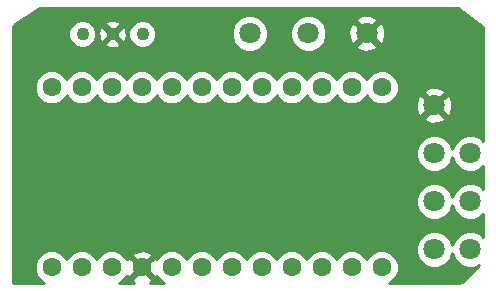
<source format=gbl>
G04 (created by PCBNEW (22-Jun-2014 BZR 4027)-stable) date Sat 18 Feb 2017 18:36:52 GMT*
%MOIN*%
G04 Gerber Fmt 3.4, Leading zero omitted, Abs format*
%FSLAX34Y34*%
G01*
G70*
G90*
G04 APERTURE LIST*
%ADD10C,0.00590551*%
%ADD11C,0.0629921*%
%ADD12C,0.0433071*%
%ADD13C,0.0708661*%
%ADD14C,0.035*%
%ADD15C,0.01*%
G04 APERTURE END LIST*
G54D10*
G54D11*
X90650Y-62100D03*
X89650Y-62100D03*
X90650Y-56100D03*
X88650Y-62100D03*
X87650Y-62100D03*
X86650Y-62100D03*
X85650Y-62100D03*
X84650Y-62100D03*
X83650Y-62100D03*
X82650Y-62100D03*
X81650Y-62100D03*
X80650Y-62100D03*
X79650Y-62100D03*
X89650Y-56100D03*
X88650Y-56100D03*
X87650Y-56100D03*
X86650Y-56100D03*
X85650Y-56100D03*
X84650Y-56100D03*
X83650Y-56100D03*
X82650Y-56100D03*
X81650Y-56100D03*
X80650Y-56100D03*
X79650Y-56100D03*
G54D12*
X81675Y-54325D03*
X80675Y-54325D03*
X82675Y-54325D03*
G54D13*
X90150Y-54300D03*
X88200Y-54300D03*
X86250Y-54300D03*
X92400Y-61500D03*
X92400Y-59900D03*
X92400Y-58300D03*
X92400Y-56700D03*
X93600Y-59900D03*
X93600Y-58300D03*
X93600Y-61500D03*
G54D14*
X91000Y-55000D03*
G54D10*
G36*
X94030Y-61075D02*
X93942Y-60987D01*
X93720Y-60895D01*
X93480Y-60895D01*
X93258Y-60987D01*
X93087Y-61157D01*
X92999Y-61369D01*
X92912Y-61158D01*
X92742Y-60987D01*
X92520Y-60895D01*
X92280Y-60895D01*
X92058Y-60987D01*
X91887Y-61157D01*
X91795Y-61379D01*
X91795Y-61619D01*
X91887Y-61841D01*
X92057Y-62012D01*
X92279Y-62104D01*
X92519Y-62104D01*
X92741Y-62012D01*
X92912Y-61842D01*
X93000Y-61630D01*
X93087Y-61841D01*
X93257Y-62012D01*
X93479Y-62104D01*
X93719Y-62104D01*
X93898Y-62030D01*
X93338Y-62590D01*
X93187Y-62605D01*
X90906Y-62605D01*
X90969Y-62579D01*
X91128Y-62420D01*
X91214Y-62212D01*
X91215Y-61988D01*
X91215Y-55988D01*
X91129Y-55780D01*
X90970Y-55621D01*
X90762Y-55535D01*
X90758Y-55535D01*
X90758Y-54394D01*
X90748Y-54154D01*
X90676Y-53979D01*
X90575Y-53945D01*
X90504Y-54016D01*
X90504Y-53874D01*
X90470Y-53773D01*
X90244Y-53691D01*
X90004Y-53701D01*
X89829Y-53773D01*
X89795Y-53874D01*
X90150Y-54229D01*
X90504Y-53874D01*
X90504Y-54016D01*
X90220Y-54300D01*
X90575Y-54654D01*
X90676Y-54620D01*
X90758Y-54394D01*
X90758Y-55535D01*
X90538Y-55534D01*
X90504Y-55548D01*
X90504Y-54725D01*
X90150Y-54370D01*
X90079Y-54441D01*
X90079Y-54300D01*
X89724Y-53945D01*
X89623Y-53979D01*
X89541Y-54205D01*
X89551Y-54445D01*
X89623Y-54620D01*
X89724Y-54654D01*
X90079Y-54300D01*
X90079Y-54441D01*
X89795Y-54725D01*
X89829Y-54826D01*
X90055Y-54908D01*
X90295Y-54898D01*
X90470Y-54826D01*
X90504Y-54725D01*
X90504Y-55548D01*
X90330Y-55620D01*
X90171Y-55779D01*
X90150Y-55830D01*
X90129Y-55780D01*
X89970Y-55621D01*
X89762Y-55535D01*
X89538Y-55534D01*
X89330Y-55620D01*
X89171Y-55779D01*
X89150Y-55830D01*
X89129Y-55780D01*
X88970Y-55621D01*
X88804Y-55552D01*
X88804Y-54180D01*
X88712Y-53958D01*
X88542Y-53787D01*
X88320Y-53695D01*
X88080Y-53695D01*
X87858Y-53787D01*
X87687Y-53957D01*
X87595Y-54179D01*
X87595Y-54419D01*
X87687Y-54641D01*
X87857Y-54812D01*
X88079Y-54904D01*
X88319Y-54904D01*
X88541Y-54812D01*
X88712Y-54642D01*
X88804Y-54420D01*
X88804Y-54180D01*
X88804Y-55552D01*
X88762Y-55535D01*
X88538Y-55534D01*
X88330Y-55620D01*
X88171Y-55779D01*
X88150Y-55830D01*
X88129Y-55780D01*
X87970Y-55621D01*
X87762Y-55535D01*
X87538Y-55534D01*
X87330Y-55620D01*
X87171Y-55779D01*
X87150Y-55830D01*
X87129Y-55780D01*
X86970Y-55621D01*
X86854Y-55573D01*
X86854Y-54180D01*
X86762Y-53958D01*
X86592Y-53787D01*
X86370Y-53695D01*
X86130Y-53695D01*
X85908Y-53787D01*
X85737Y-53957D01*
X85645Y-54179D01*
X85645Y-54419D01*
X85737Y-54641D01*
X85907Y-54812D01*
X86129Y-54904D01*
X86369Y-54904D01*
X86591Y-54812D01*
X86762Y-54642D01*
X86854Y-54420D01*
X86854Y-54180D01*
X86854Y-55573D01*
X86762Y-55535D01*
X86538Y-55534D01*
X86330Y-55620D01*
X86171Y-55779D01*
X86150Y-55830D01*
X86129Y-55780D01*
X85970Y-55621D01*
X85762Y-55535D01*
X85538Y-55534D01*
X85330Y-55620D01*
X85171Y-55779D01*
X85150Y-55830D01*
X85129Y-55780D01*
X84970Y-55621D01*
X84762Y-55535D01*
X84538Y-55534D01*
X84330Y-55620D01*
X84171Y-55779D01*
X84150Y-55830D01*
X84129Y-55780D01*
X83970Y-55621D01*
X83762Y-55535D01*
X83538Y-55534D01*
X83330Y-55620D01*
X83171Y-55779D01*
X83150Y-55830D01*
X83141Y-55810D01*
X83141Y-54232D01*
X83070Y-54061D01*
X82939Y-53929D01*
X82768Y-53858D01*
X82582Y-53858D01*
X82411Y-53929D01*
X82279Y-54060D01*
X82208Y-54231D01*
X82208Y-54417D01*
X82279Y-54588D01*
X82410Y-54720D01*
X82581Y-54791D01*
X82767Y-54791D01*
X82938Y-54720D01*
X83070Y-54589D01*
X83141Y-54418D01*
X83141Y-54232D01*
X83141Y-55810D01*
X83129Y-55780D01*
X82970Y-55621D01*
X82762Y-55535D01*
X82538Y-55534D01*
X82330Y-55620D01*
X82171Y-55779D01*
X82150Y-55830D01*
X82146Y-55822D01*
X82146Y-54386D01*
X82134Y-54201D01*
X82087Y-54087D01*
X82000Y-54070D01*
X81929Y-54141D01*
X81929Y-53999D01*
X81912Y-53912D01*
X81736Y-53853D01*
X81551Y-53865D01*
X81437Y-53912D01*
X81420Y-53999D01*
X81675Y-54254D01*
X81929Y-53999D01*
X81929Y-54141D01*
X81745Y-54325D01*
X82000Y-54579D01*
X82087Y-54562D01*
X82146Y-54386D01*
X82146Y-55822D01*
X82129Y-55780D01*
X81970Y-55621D01*
X81929Y-55604D01*
X81929Y-54650D01*
X81675Y-54395D01*
X81604Y-54466D01*
X81604Y-54325D01*
X81349Y-54070D01*
X81262Y-54087D01*
X81203Y-54263D01*
X81215Y-54448D01*
X81262Y-54562D01*
X81349Y-54579D01*
X81604Y-54325D01*
X81604Y-54466D01*
X81420Y-54650D01*
X81437Y-54737D01*
X81613Y-54796D01*
X81798Y-54784D01*
X81912Y-54737D01*
X81929Y-54650D01*
X81929Y-55604D01*
X81762Y-55535D01*
X81538Y-55534D01*
X81330Y-55620D01*
X81171Y-55779D01*
X81150Y-55830D01*
X81141Y-55810D01*
X81141Y-54232D01*
X81070Y-54061D01*
X80939Y-53929D01*
X80768Y-53858D01*
X80582Y-53858D01*
X80411Y-53929D01*
X80279Y-54060D01*
X80208Y-54231D01*
X80208Y-54417D01*
X80279Y-54588D01*
X80410Y-54720D01*
X80581Y-54791D01*
X80767Y-54791D01*
X80938Y-54720D01*
X81070Y-54589D01*
X81141Y-54418D01*
X81141Y-54232D01*
X81141Y-55810D01*
X81129Y-55780D01*
X80970Y-55621D01*
X80762Y-55535D01*
X80538Y-55534D01*
X80330Y-55620D01*
X80171Y-55779D01*
X80150Y-55830D01*
X80129Y-55780D01*
X79970Y-55621D01*
X79762Y-55535D01*
X79538Y-55534D01*
X79330Y-55620D01*
X79171Y-55779D01*
X79085Y-55987D01*
X79084Y-56211D01*
X79170Y-56419D01*
X79329Y-56578D01*
X79537Y-56664D01*
X79761Y-56665D01*
X79969Y-56579D01*
X80128Y-56420D01*
X80149Y-56369D01*
X80170Y-56419D01*
X80329Y-56578D01*
X80537Y-56664D01*
X80761Y-56665D01*
X80969Y-56579D01*
X81128Y-56420D01*
X81149Y-56369D01*
X81170Y-56419D01*
X81329Y-56578D01*
X81537Y-56664D01*
X81761Y-56665D01*
X81969Y-56579D01*
X82128Y-56420D01*
X82149Y-56369D01*
X82170Y-56419D01*
X82329Y-56578D01*
X82537Y-56664D01*
X82761Y-56665D01*
X82969Y-56579D01*
X83128Y-56420D01*
X83149Y-56369D01*
X83170Y-56419D01*
X83329Y-56578D01*
X83537Y-56664D01*
X83761Y-56665D01*
X83969Y-56579D01*
X84128Y-56420D01*
X84149Y-56369D01*
X84170Y-56419D01*
X84329Y-56578D01*
X84537Y-56664D01*
X84761Y-56665D01*
X84969Y-56579D01*
X85128Y-56420D01*
X85149Y-56369D01*
X85170Y-56419D01*
X85329Y-56578D01*
X85537Y-56664D01*
X85761Y-56665D01*
X85969Y-56579D01*
X86128Y-56420D01*
X86149Y-56369D01*
X86170Y-56419D01*
X86329Y-56578D01*
X86537Y-56664D01*
X86761Y-56665D01*
X86969Y-56579D01*
X87128Y-56420D01*
X87149Y-56369D01*
X87170Y-56419D01*
X87329Y-56578D01*
X87537Y-56664D01*
X87761Y-56665D01*
X87969Y-56579D01*
X88128Y-56420D01*
X88149Y-56369D01*
X88170Y-56419D01*
X88329Y-56578D01*
X88537Y-56664D01*
X88761Y-56665D01*
X88969Y-56579D01*
X89128Y-56420D01*
X89149Y-56369D01*
X89170Y-56419D01*
X89329Y-56578D01*
X89537Y-56664D01*
X89761Y-56665D01*
X89969Y-56579D01*
X90128Y-56420D01*
X90149Y-56369D01*
X90170Y-56419D01*
X90329Y-56578D01*
X90537Y-56664D01*
X90761Y-56665D01*
X90969Y-56579D01*
X91128Y-56420D01*
X91214Y-56212D01*
X91215Y-55988D01*
X91215Y-61988D01*
X91129Y-61780D01*
X90970Y-61621D01*
X90762Y-61535D01*
X90538Y-61534D01*
X90330Y-61620D01*
X90171Y-61779D01*
X90150Y-61830D01*
X90129Y-61780D01*
X89970Y-61621D01*
X89762Y-61535D01*
X89538Y-61534D01*
X89330Y-61620D01*
X89171Y-61779D01*
X89150Y-61830D01*
X89129Y-61780D01*
X88970Y-61621D01*
X88762Y-61535D01*
X88538Y-61534D01*
X88330Y-61620D01*
X88171Y-61779D01*
X88150Y-61830D01*
X88129Y-61780D01*
X87970Y-61621D01*
X87762Y-61535D01*
X87538Y-61534D01*
X87330Y-61620D01*
X87171Y-61779D01*
X87150Y-61830D01*
X87129Y-61780D01*
X86970Y-61621D01*
X86762Y-61535D01*
X86538Y-61534D01*
X86330Y-61620D01*
X86171Y-61779D01*
X86150Y-61830D01*
X86129Y-61780D01*
X85970Y-61621D01*
X85762Y-61535D01*
X85538Y-61534D01*
X85330Y-61620D01*
X85171Y-61779D01*
X85150Y-61830D01*
X85129Y-61780D01*
X84970Y-61621D01*
X84762Y-61535D01*
X84538Y-61534D01*
X84330Y-61620D01*
X84171Y-61779D01*
X84150Y-61830D01*
X84129Y-61780D01*
X83970Y-61621D01*
X83762Y-61535D01*
X83538Y-61534D01*
X83330Y-61620D01*
X83171Y-61779D01*
X83152Y-61824D01*
X83143Y-61803D01*
X83046Y-61773D01*
X82976Y-61844D01*
X82976Y-61703D01*
X82946Y-61606D01*
X82735Y-61530D01*
X82510Y-61541D01*
X82353Y-61606D01*
X82323Y-61703D01*
X82650Y-62029D01*
X82976Y-61703D01*
X82976Y-61844D01*
X82720Y-62100D01*
X83046Y-62426D01*
X83143Y-62396D01*
X83151Y-62373D01*
X83170Y-62419D01*
X83329Y-62578D01*
X83393Y-62605D01*
X82918Y-62605D01*
X82946Y-62593D01*
X82976Y-62496D01*
X82650Y-62170D01*
X82323Y-62496D01*
X82353Y-62593D01*
X82385Y-62605D01*
X81906Y-62605D01*
X81969Y-62579D01*
X82128Y-62420D01*
X82147Y-62375D01*
X82156Y-62396D01*
X82253Y-62426D01*
X82579Y-62100D01*
X82253Y-61773D01*
X82156Y-61803D01*
X82148Y-61826D01*
X82129Y-61780D01*
X81970Y-61621D01*
X81762Y-61535D01*
X81538Y-61534D01*
X81330Y-61620D01*
X81171Y-61779D01*
X81150Y-61830D01*
X81129Y-61780D01*
X80970Y-61621D01*
X80762Y-61535D01*
X80538Y-61534D01*
X80330Y-61620D01*
X80171Y-61779D01*
X80150Y-61830D01*
X80129Y-61780D01*
X79970Y-61621D01*
X79762Y-61535D01*
X79538Y-61534D01*
X79330Y-61620D01*
X79171Y-61779D01*
X79085Y-61987D01*
X79084Y-62211D01*
X79170Y-62419D01*
X79329Y-62578D01*
X79393Y-62605D01*
X78369Y-62605D01*
X78369Y-55200D01*
X78369Y-54097D01*
X78409Y-53987D01*
X79180Y-53473D01*
X79259Y-53469D01*
X93187Y-53469D01*
X93211Y-53472D01*
X94018Y-54099D01*
X94030Y-54139D01*
X94030Y-55950D01*
X94030Y-57875D01*
X93942Y-57787D01*
X93720Y-57695D01*
X93480Y-57695D01*
X93258Y-57787D01*
X93087Y-57957D01*
X93008Y-58147D01*
X93008Y-56794D01*
X92998Y-56554D01*
X92926Y-56379D01*
X92825Y-56345D01*
X92754Y-56416D01*
X92754Y-56274D01*
X92720Y-56173D01*
X92494Y-56091D01*
X92254Y-56101D01*
X92079Y-56173D01*
X92045Y-56274D01*
X92400Y-56629D01*
X92754Y-56274D01*
X92754Y-56416D01*
X92470Y-56700D01*
X92825Y-57054D01*
X92926Y-57020D01*
X93008Y-56794D01*
X93008Y-58147D01*
X92999Y-58169D01*
X92912Y-57958D01*
X92754Y-57799D01*
X92754Y-57125D01*
X92400Y-56770D01*
X92329Y-56841D01*
X92329Y-56700D01*
X91974Y-56345D01*
X91873Y-56379D01*
X91791Y-56605D01*
X91801Y-56845D01*
X91873Y-57020D01*
X91974Y-57054D01*
X92329Y-56700D01*
X92329Y-56841D01*
X92045Y-57125D01*
X92079Y-57226D01*
X92305Y-57308D01*
X92545Y-57298D01*
X92720Y-57226D01*
X92754Y-57125D01*
X92754Y-57799D01*
X92742Y-57787D01*
X92520Y-57695D01*
X92280Y-57695D01*
X92058Y-57787D01*
X91887Y-57957D01*
X91795Y-58179D01*
X91795Y-58419D01*
X91887Y-58641D01*
X92057Y-58812D01*
X92279Y-58904D01*
X92519Y-58904D01*
X92741Y-58812D01*
X92912Y-58642D01*
X93000Y-58430D01*
X93087Y-58641D01*
X93257Y-58812D01*
X93479Y-58904D01*
X93719Y-58904D01*
X93941Y-58812D01*
X94030Y-58724D01*
X94030Y-59475D01*
X93942Y-59387D01*
X93720Y-59295D01*
X93480Y-59295D01*
X93258Y-59387D01*
X93087Y-59557D01*
X92999Y-59769D01*
X92912Y-59558D01*
X92742Y-59387D01*
X92520Y-59295D01*
X92280Y-59295D01*
X92058Y-59387D01*
X91887Y-59557D01*
X91795Y-59779D01*
X91795Y-60019D01*
X91887Y-60241D01*
X92057Y-60412D01*
X92279Y-60504D01*
X92519Y-60504D01*
X92741Y-60412D01*
X92912Y-60242D01*
X93000Y-60030D01*
X93087Y-60241D01*
X93257Y-60412D01*
X93479Y-60504D01*
X93719Y-60504D01*
X93941Y-60412D01*
X94030Y-60324D01*
X94030Y-61075D01*
X94030Y-61075D01*
G37*
G54D15*
X94030Y-61075D02*
X93942Y-60987D01*
X93720Y-60895D01*
X93480Y-60895D01*
X93258Y-60987D01*
X93087Y-61157D01*
X92999Y-61369D01*
X92912Y-61158D01*
X92742Y-60987D01*
X92520Y-60895D01*
X92280Y-60895D01*
X92058Y-60987D01*
X91887Y-61157D01*
X91795Y-61379D01*
X91795Y-61619D01*
X91887Y-61841D01*
X92057Y-62012D01*
X92279Y-62104D01*
X92519Y-62104D01*
X92741Y-62012D01*
X92912Y-61842D01*
X93000Y-61630D01*
X93087Y-61841D01*
X93257Y-62012D01*
X93479Y-62104D01*
X93719Y-62104D01*
X93898Y-62030D01*
X93338Y-62590D01*
X93187Y-62605D01*
X90906Y-62605D01*
X90969Y-62579D01*
X91128Y-62420D01*
X91214Y-62212D01*
X91215Y-61988D01*
X91215Y-55988D01*
X91129Y-55780D01*
X90970Y-55621D01*
X90762Y-55535D01*
X90758Y-55535D01*
X90758Y-54394D01*
X90748Y-54154D01*
X90676Y-53979D01*
X90575Y-53945D01*
X90504Y-54016D01*
X90504Y-53874D01*
X90470Y-53773D01*
X90244Y-53691D01*
X90004Y-53701D01*
X89829Y-53773D01*
X89795Y-53874D01*
X90150Y-54229D01*
X90504Y-53874D01*
X90504Y-54016D01*
X90220Y-54300D01*
X90575Y-54654D01*
X90676Y-54620D01*
X90758Y-54394D01*
X90758Y-55535D01*
X90538Y-55534D01*
X90504Y-55548D01*
X90504Y-54725D01*
X90150Y-54370D01*
X90079Y-54441D01*
X90079Y-54300D01*
X89724Y-53945D01*
X89623Y-53979D01*
X89541Y-54205D01*
X89551Y-54445D01*
X89623Y-54620D01*
X89724Y-54654D01*
X90079Y-54300D01*
X90079Y-54441D01*
X89795Y-54725D01*
X89829Y-54826D01*
X90055Y-54908D01*
X90295Y-54898D01*
X90470Y-54826D01*
X90504Y-54725D01*
X90504Y-55548D01*
X90330Y-55620D01*
X90171Y-55779D01*
X90150Y-55830D01*
X90129Y-55780D01*
X89970Y-55621D01*
X89762Y-55535D01*
X89538Y-55534D01*
X89330Y-55620D01*
X89171Y-55779D01*
X89150Y-55830D01*
X89129Y-55780D01*
X88970Y-55621D01*
X88804Y-55552D01*
X88804Y-54180D01*
X88712Y-53958D01*
X88542Y-53787D01*
X88320Y-53695D01*
X88080Y-53695D01*
X87858Y-53787D01*
X87687Y-53957D01*
X87595Y-54179D01*
X87595Y-54419D01*
X87687Y-54641D01*
X87857Y-54812D01*
X88079Y-54904D01*
X88319Y-54904D01*
X88541Y-54812D01*
X88712Y-54642D01*
X88804Y-54420D01*
X88804Y-54180D01*
X88804Y-55552D01*
X88762Y-55535D01*
X88538Y-55534D01*
X88330Y-55620D01*
X88171Y-55779D01*
X88150Y-55830D01*
X88129Y-55780D01*
X87970Y-55621D01*
X87762Y-55535D01*
X87538Y-55534D01*
X87330Y-55620D01*
X87171Y-55779D01*
X87150Y-55830D01*
X87129Y-55780D01*
X86970Y-55621D01*
X86854Y-55573D01*
X86854Y-54180D01*
X86762Y-53958D01*
X86592Y-53787D01*
X86370Y-53695D01*
X86130Y-53695D01*
X85908Y-53787D01*
X85737Y-53957D01*
X85645Y-54179D01*
X85645Y-54419D01*
X85737Y-54641D01*
X85907Y-54812D01*
X86129Y-54904D01*
X86369Y-54904D01*
X86591Y-54812D01*
X86762Y-54642D01*
X86854Y-54420D01*
X86854Y-54180D01*
X86854Y-55573D01*
X86762Y-55535D01*
X86538Y-55534D01*
X86330Y-55620D01*
X86171Y-55779D01*
X86150Y-55830D01*
X86129Y-55780D01*
X85970Y-55621D01*
X85762Y-55535D01*
X85538Y-55534D01*
X85330Y-55620D01*
X85171Y-55779D01*
X85150Y-55830D01*
X85129Y-55780D01*
X84970Y-55621D01*
X84762Y-55535D01*
X84538Y-55534D01*
X84330Y-55620D01*
X84171Y-55779D01*
X84150Y-55830D01*
X84129Y-55780D01*
X83970Y-55621D01*
X83762Y-55535D01*
X83538Y-55534D01*
X83330Y-55620D01*
X83171Y-55779D01*
X83150Y-55830D01*
X83141Y-55810D01*
X83141Y-54232D01*
X83070Y-54061D01*
X82939Y-53929D01*
X82768Y-53858D01*
X82582Y-53858D01*
X82411Y-53929D01*
X82279Y-54060D01*
X82208Y-54231D01*
X82208Y-54417D01*
X82279Y-54588D01*
X82410Y-54720D01*
X82581Y-54791D01*
X82767Y-54791D01*
X82938Y-54720D01*
X83070Y-54589D01*
X83141Y-54418D01*
X83141Y-54232D01*
X83141Y-55810D01*
X83129Y-55780D01*
X82970Y-55621D01*
X82762Y-55535D01*
X82538Y-55534D01*
X82330Y-55620D01*
X82171Y-55779D01*
X82150Y-55830D01*
X82146Y-55822D01*
X82146Y-54386D01*
X82134Y-54201D01*
X82087Y-54087D01*
X82000Y-54070D01*
X81929Y-54141D01*
X81929Y-53999D01*
X81912Y-53912D01*
X81736Y-53853D01*
X81551Y-53865D01*
X81437Y-53912D01*
X81420Y-53999D01*
X81675Y-54254D01*
X81929Y-53999D01*
X81929Y-54141D01*
X81745Y-54325D01*
X82000Y-54579D01*
X82087Y-54562D01*
X82146Y-54386D01*
X82146Y-55822D01*
X82129Y-55780D01*
X81970Y-55621D01*
X81929Y-55604D01*
X81929Y-54650D01*
X81675Y-54395D01*
X81604Y-54466D01*
X81604Y-54325D01*
X81349Y-54070D01*
X81262Y-54087D01*
X81203Y-54263D01*
X81215Y-54448D01*
X81262Y-54562D01*
X81349Y-54579D01*
X81604Y-54325D01*
X81604Y-54466D01*
X81420Y-54650D01*
X81437Y-54737D01*
X81613Y-54796D01*
X81798Y-54784D01*
X81912Y-54737D01*
X81929Y-54650D01*
X81929Y-55604D01*
X81762Y-55535D01*
X81538Y-55534D01*
X81330Y-55620D01*
X81171Y-55779D01*
X81150Y-55830D01*
X81141Y-55810D01*
X81141Y-54232D01*
X81070Y-54061D01*
X80939Y-53929D01*
X80768Y-53858D01*
X80582Y-53858D01*
X80411Y-53929D01*
X80279Y-54060D01*
X80208Y-54231D01*
X80208Y-54417D01*
X80279Y-54588D01*
X80410Y-54720D01*
X80581Y-54791D01*
X80767Y-54791D01*
X80938Y-54720D01*
X81070Y-54589D01*
X81141Y-54418D01*
X81141Y-54232D01*
X81141Y-55810D01*
X81129Y-55780D01*
X80970Y-55621D01*
X80762Y-55535D01*
X80538Y-55534D01*
X80330Y-55620D01*
X80171Y-55779D01*
X80150Y-55830D01*
X80129Y-55780D01*
X79970Y-55621D01*
X79762Y-55535D01*
X79538Y-55534D01*
X79330Y-55620D01*
X79171Y-55779D01*
X79085Y-55987D01*
X79084Y-56211D01*
X79170Y-56419D01*
X79329Y-56578D01*
X79537Y-56664D01*
X79761Y-56665D01*
X79969Y-56579D01*
X80128Y-56420D01*
X80149Y-56369D01*
X80170Y-56419D01*
X80329Y-56578D01*
X80537Y-56664D01*
X80761Y-56665D01*
X80969Y-56579D01*
X81128Y-56420D01*
X81149Y-56369D01*
X81170Y-56419D01*
X81329Y-56578D01*
X81537Y-56664D01*
X81761Y-56665D01*
X81969Y-56579D01*
X82128Y-56420D01*
X82149Y-56369D01*
X82170Y-56419D01*
X82329Y-56578D01*
X82537Y-56664D01*
X82761Y-56665D01*
X82969Y-56579D01*
X83128Y-56420D01*
X83149Y-56369D01*
X83170Y-56419D01*
X83329Y-56578D01*
X83537Y-56664D01*
X83761Y-56665D01*
X83969Y-56579D01*
X84128Y-56420D01*
X84149Y-56369D01*
X84170Y-56419D01*
X84329Y-56578D01*
X84537Y-56664D01*
X84761Y-56665D01*
X84969Y-56579D01*
X85128Y-56420D01*
X85149Y-56369D01*
X85170Y-56419D01*
X85329Y-56578D01*
X85537Y-56664D01*
X85761Y-56665D01*
X85969Y-56579D01*
X86128Y-56420D01*
X86149Y-56369D01*
X86170Y-56419D01*
X86329Y-56578D01*
X86537Y-56664D01*
X86761Y-56665D01*
X86969Y-56579D01*
X87128Y-56420D01*
X87149Y-56369D01*
X87170Y-56419D01*
X87329Y-56578D01*
X87537Y-56664D01*
X87761Y-56665D01*
X87969Y-56579D01*
X88128Y-56420D01*
X88149Y-56369D01*
X88170Y-56419D01*
X88329Y-56578D01*
X88537Y-56664D01*
X88761Y-56665D01*
X88969Y-56579D01*
X89128Y-56420D01*
X89149Y-56369D01*
X89170Y-56419D01*
X89329Y-56578D01*
X89537Y-56664D01*
X89761Y-56665D01*
X89969Y-56579D01*
X90128Y-56420D01*
X90149Y-56369D01*
X90170Y-56419D01*
X90329Y-56578D01*
X90537Y-56664D01*
X90761Y-56665D01*
X90969Y-56579D01*
X91128Y-56420D01*
X91214Y-56212D01*
X91215Y-55988D01*
X91215Y-61988D01*
X91129Y-61780D01*
X90970Y-61621D01*
X90762Y-61535D01*
X90538Y-61534D01*
X90330Y-61620D01*
X90171Y-61779D01*
X90150Y-61830D01*
X90129Y-61780D01*
X89970Y-61621D01*
X89762Y-61535D01*
X89538Y-61534D01*
X89330Y-61620D01*
X89171Y-61779D01*
X89150Y-61830D01*
X89129Y-61780D01*
X88970Y-61621D01*
X88762Y-61535D01*
X88538Y-61534D01*
X88330Y-61620D01*
X88171Y-61779D01*
X88150Y-61830D01*
X88129Y-61780D01*
X87970Y-61621D01*
X87762Y-61535D01*
X87538Y-61534D01*
X87330Y-61620D01*
X87171Y-61779D01*
X87150Y-61830D01*
X87129Y-61780D01*
X86970Y-61621D01*
X86762Y-61535D01*
X86538Y-61534D01*
X86330Y-61620D01*
X86171Y-61779D01*
X86150Y-61830D01*
X86129Y-61780D01*
X85970Y-61621D01*
X85762Y-61535D01*
X85538Y-61534D01*
X85330Y-61620D01*
X85171Y-61779D01*
X85150Y-61830D01*
X85129Y-61780D01*
X84970Y-61621D01*
X84762Y-61535D01*
X84538Y-61534D01*
X84330Y-61620D01*
X84171Y-61779D01*
X84150Y-61830D01*
X84129Y-61780D01*
X83970Y-61621D01*
X83762Y-61535D01*
X83538Y-61534D01*
X83330Y-61620D01*
X83171Y-61779D01*
X83152Y-61824D01*
X83143Y-61803D01*
X83046Y-61773D01*
X82976Y-61844D01*
X82976Y-61703D01*
X82946Y-61606D01*
X82735Y-61530D01*
X82510Y-61541D01*
X82353Y-61606D01*
X82323Y-61703D01*
X82650Y-62029D01*
X82976Y-61703D01*
X82976Y-61844D01*
X82720Y-62100D01*
X83046Y-62426D01*
X83143Y-62396D01*
X83151Y-62373D01*
X83170Y-62419D01*
X83329Y-62578D01*
X83393Y-62605D01*
X82918Y-62605D01*
X82946Y-62593D01*
X82976Y-62496D01*
X82650Y-62170D01*
X82323Y-62496D01*
X82353Y-62593D01*
X82385Y-62605D01*
X81906Y-62605D01*
X81969Y-62579D01*
X82128Y-62420D01*
X82147Y-62375D01*
X82156Y-62396D01*
X82253Y-62426D01*
X82579Y-62100D01*
X82253Y-61773D01*
X82156Y-61803D01*
X82148Y-61826D01*
X82129Y-61780D01*
X81970Y-61621D01*
X81762Y-61535D01*
X81538Y-61534D01*
X81330Y-61620D01*
X81171Y-61779D01*
X81150Y-61830D01*
X81129Y-61780D01*
X80970Y-61621D01*
X80762Y-61535D01*
X80538Y-61534D01*
X80330Y-61620D01*
X80171Y-61779D01*
X80150Y-61830D01*
X80129Y-61780D01*
X79970Y-61621D01*
X79762Y-61535D01*
X79538Y-61534D01*
X79330Y-61620D01*
X79171Y-61779D01*
X79085Y-61987D01*
X79084Y-62211D01*
X79170Y-62419D01*
X79329Y-62578D01*
X79393Y-62605D01*
X78369Y-62605D01*
X78369Y-55200D01*
X78369Y-54097D01*
X78409Y-53987D01*
X79180Y-53473D01*
X79259Y-53469D01*
X93187Y-53469D01*
X93211Y-53472D01*
X94018Y-54099D01*
X94030Y-54139D01*
X94030Y-55950D01*
X94030Y-57875D01*
X93942Y-57787D01*
X93720Y-57695D01*
X93480Y-57695D01*
X93258Y-57787D01*
X93087Y-57957D01*
X93008Y-58147D01*
X93008Y-56794D01*
X92998Y-56554D01*
X92926Y-56379D01*
X92825Y-56345D01*
X92754Y-56416D01*
X92754Y-56274D01*
X92720Y-56173D01*
X92494Y-56091D01*
X92254Y-56101D01*
X92079Y-56173D01*
X92045Y-56274D01*
X92400Y-56629D01*
X92754Y-56274D01*
X92754Y-56416D01*
X92470Y-56700D01*
X92825Y-57054D01*
X92926Y-57020D01*
X93008Y-56794D01*
X93008Y-58147D01*
X92999Y-58169D01*
X92912Y-57958D01*
X92754Y-57799D01*
X92754Y-57125D01*
X92400Y-56770D01*
X92329Y-56841D01*
X92329Y-56700D01*
X91974Y-56345D01*
X91873Y-56379D01*
X91791Y-56605D01*
X91801Y-56845D01*
X91873Y-57020D01*
X91974Y-57054D01*
X92329Y-56700D01*
X92329Y-56841D01*
X92045Y-57125D01*
X92079Y-57226D01*
X92305Y-57308D01*
X92545Y-57298D01*
X92720Y-57226D01*
X92754Y-57125D01*
X92754Y-57799D01*
X92742Y-57787D01*
X92520Y-57695D01*
X92280Y-57695D01*
X92058Y-57787D01*
X91887Y-57957D01*
X91795Y-58179D01*
X91795Y-58419D01*
X91887Y-58641D01*
X92057Y-58812D01*
X92279Y-58904D01*
X92519Y-58904D01*
X92741Y-58812D01*
X92912Y-58642D01*
X93000Y-58430D01*
X93087Y-58641D01*
X93257Y-58812D01*
X93479Y-58904D01*
X93719Y-58904D01*
X93941Y-58812D01*
X94030Y-58724D01*
X94030Y-59475D01*
X93942Y-59387D01*
X93720Y-59295D01*
X93480Y-59295D01*
X93258Y-59387D01*
X93087Y-59557D01*
X92999Y-59769D01*
X92912Y-59558D01*
X92742Y-59387D01*
X92520Y-59295D01*
X92280Y-59295D01*
X92058Y-59387D01*
X91887Y-59557D01*
X91795Y-59779D01*
X91795Y-60019D01*
X91887Y-60241D01*
X92057Y-60412D01*
X92279Y-60504D01*
X92519Y-60504D01*
X92741Y-60412D01*
X92912Y-60242D01*
X93000Y-60030D01*
X93087Y-60241D01*
X93257Y-60412D01*
X93479Y-60504D01*
X93719Y-60504D01*
X93941Y-60412D01*
X94030Y-60324D01*
X94030Y-61075D01*
M02*

</source>
